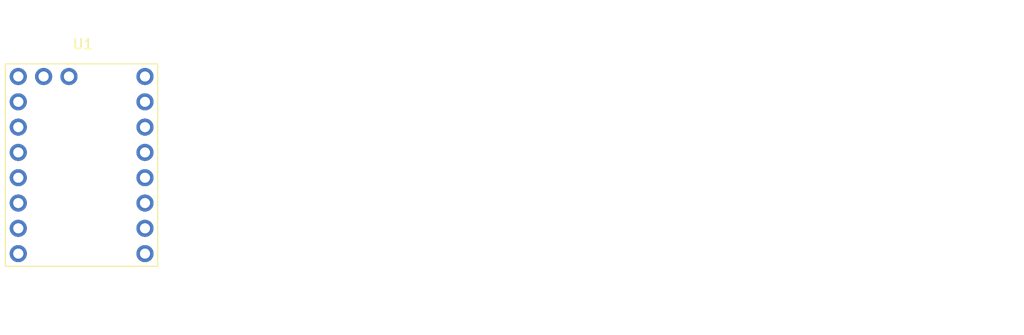
<source format=kicad_pcb>
(kicad_pcb (version 20240108) (generator "pcbnew") (generator_version "8.0")
  (title_block (title "Generic Stepstick Socket") (date "2024-08-16") (rev "V1.0") (company "Quandra") (comment 1 "Author(s): Phil & Emiel"))
  (layers (0 "F.Cu" signal) (31 "B.Cu" signal) (34 "B.Paste" user) (35 "F.Paste" user) (36 "B.SilkS" user "B.Silkscreen") (37 "F.SilkS" user "F.Silkscreen") (38 "B.Mask" user) (39 "F.Mask" user) (44 "Edge.Cuts" user))
  (net 0 "")
  (net 1 "/DIR")
  (net 2 "/STEP")
  (net 3 "GNDREF")
  (net 4 "/A1")
  (net 5 "/B1")
  (net 6 "/B2")
  (net 7 "VIO")
  (net 8 "/A2")
  (net 9 "/~{ENABLE}")
  (net 10 "/DIAG1")
  (net 11 "/DIAG0")
  (net 12 "/DC0")
  (net 13 "/CFG0")
  (net 14 "/CFG2")
  (net 15 "/CFG3")
  (net 16 "/CFG1")
  (net 17 "VMOT")
  (footprint "generic-stepstick-socket:generic-stepstick-socket" (layer "F.Cu") (at 149.785 82.125)
    (property "Reference" "U1" (at 0 -0.5 0) (layer "F.SilkS"))
    (property "Value" "~")
    (fp_rect (start -7.77 1.48) (end 7.5 21.8) (stroke (width 0.1)) (fill none) (layer "F.SilkS"))
    (pad "1" thru_hole circle (at -6.47 2.75) (size 1.7 1.7) (drill 1) (layers "*.Cu" "*.Mask"))
    (pad "2" thru_hole oval (at -6.47 5.29) (size 1.7 1.7) (drill 1) (layers "*.Cu" "*.Mask"))
    (pad "3" thru_hole oval (at -6.47 7.83) (size 1.7 1.7) (drill 1) (layers "*.Cu" "*.Mask"))
    (pad "4" thru_hole oval (at -6.47 10.37) (size 1.7 1.7) (drill 1) (layers "*.Cu" "*.Mask"))
    (pad "5" thru_hole oval (at -6.47 12.91) (size 1.7 1.7) (drill 1) (layers "*.Cu" "*.Mask"))
    (pad "6" thru_hole oval (at -6.47 15.45) (size 1.7 1.7) (drill 1) (layers "*.Cu" "*.Mask"))
    (pad "7" thru_hole oval (at -6.47 17.99) (size 1.7 1.7) (drill 1) (layers "*.Cu" "*.Mask"))
    (pad "8" thru_hole oval (at -6.47 20.53) (size 1.7 1.7) (drill 1) (layers "*.Cu" "*.Mask"))
    (pad "9" thru_hole circle (at 6.23 2.75) (size 1.7 1.7) (drill 1) (layers "*.Cu" "*.Mask"))
    (pad "10" thru_hole oval (at 6.23 5.29) (size 1.7 1.7) (drill 1) (layers "*.Cu" "*.Mask"))
    (pad "11" thru_hole oval (at 6.23 7.83) (size 1.7 1.7) (drill 1) (layers "*.Cu" "*.Mask"))
    (pad "12" thru_hole oval (at 6.23 10.37) (size 1.7 1.7) (drill 1) (layers "*.Cu" "*.Mask"))
    (pad "13" thru_hole oval (at 6.23 12.91) (size 1.7 1.7) (drill 1) (layers "*.Cu" "*.Mask"))
    (pad "14" thru_hole oval (at 6.23 15.45) (size 1.7 1.7) (drill 1) (layers "*.Cu" "*.Mask"))
    (pad "15" thru_hole oval (at 6.23 17.99) (size 1.7 1.7) (drill 1) (layers "*.Cu" "*.Mask"))
    (pad "16" thru_hole oval (at 6.23 20.53) (size 1.7 1.7) (drill 1) (layers "*.Cu" "*.Mask"))
    (pad "17" thru_hole circle (at -3.93 2.75 90) (size 1.7 1.7) (drill 1) (layers "*.Cu" "*.Mask"))
    (pad "18" thru_hole oval (at -1.39 2.75 90) (size 1.7 1.7) (drill 1) (layers "*.Cu" "*.Mask"))
  )
  (footprint "Connector_PinSocket_2.54mm:PinSocket_1x08_P2.54mm_Vertical" (layer "F.Cu") (at 143.3 84.875)
    (property "Reference" "J1" (hide yes))
    (property "Value" "Conn_01x08_Socket" (hide yes))
    (pad "1" thru_hole circle (at 0 0) (size 1.7 1.7) (drill 1) (layers "*.Cu" "*.Mask") (net 9 "/~{ENABLE}"))
    (pad "2" thru_hole oval (at 0 2.54) (size 1.7 1.7) (drill 1) (layers "*.Cu" "*.Mask") (net 16 "/CFG1"))
    (pad "3" thru_hole oval (at 0 5.08) (size 1.7 1.7) (drill 1) (layers "*.Cu" "*.Mask") (net 14 "/CFG2"))
    (pad "4" thru_hole oval (at 0 7.62) (size 1.7 1.7) (drill 1) (layers "*.Cu" "*.Mask") (net 15 "/CFG3"))
    (pad "5" thru_hole oval (at 0 10.16) (size 1.7 1.7) (drill 1) (layers "*.Cu" "*.Mask") (net 13 "/CFG0"))
    (pad "6" thru_hole oval (at 0 12.7) (size 1.7 1.7) (drill 1) (layers "*.Cu" "*.Mask") (net 12 "/DC0"))
    (pad "7" thru_hole oval (at 0 15.24) (size 1.7 1.7) (drill 1) (layers "*.Cu" "*.Mask") (net 2 "/STEP"))
    (pad "8" thru_hole oval (at 0 17.78) (size 1.7 1.7) (drill 1) (layers "*.Cu" "*.Mask") (net 1 "/DIR"))
  )
  (footprint "Connector_PinSocket_2.54mm:PinSocket_1x08_P2.54mm_Vertical" (layer "F.Cu") (at 156 84.875)
    (property "Reference" "J2" (hide yes))
    (property "Value" "Conn_01x08_Socket" (hide yes))
    (pad "1" thru_hole circle (at 0 0) (size 1.7 1.7) (drill 1) (layers "*.Cu" "*.Mask") (net 17 "VMOT"))
    (pad "2" thru_hole oval (at 0 2.54) (size 1.7 1.7) (drill 1) (layers "*.Cu" "*.Mask") (net 3 "GNDREF"))
    (pad "3" thru_hole oval (at 0 5.08) (size 1.7 1.7) (drill 1) (layers "*.Cu" "*.Mask") (net 8 "/A2"))
    (pad "4" thru_hole oval (at 0 7.62) (size 1.7 1.7) (drill 1) (layers "*.Cu" "*.Mask") (net 4 "/A1"))
    (pad "5" thru_hole oval (at 0 10.16) (size 1.7 1.7) (drill 1) (layers "*.Cu" "*.Mask") (net 5 "/B1"))
    (pad "6" thru_hole oval (at 0 12.7) (size 1.7 1.7) (drill 1) (layers "*.Cu" "*.Mask") (net 6 "/B2"))
    (pad "7" thru_hole oval (at 0 15.24) (size 1.7 1.7) (drill 1) (layers "*.Cu" "*.Mask") (net 7 "VIO"))
    (pad "8" thru_hole oval (at 0 17.78) (size 1.7 1.7) (drill 1) (layers "*.Cu" "*.Mask") (net 3 "GNDREF"))
  )
  (footprint "Connector_PinSocket_2.54mm:PinSocket_1x02_P2.54mm_Vertical" (layer "F.Cu") (at 145.84 84.875 90)
    (property "Reference" "J4" (hide yes))
    (property "Value" "Conn_01x02_Socket" (hide yes))
    (pad "1" thru_hole circle (at 0 0 90) (size 1.7 1.7) (drill 1) (layers "*.Cu" "*.Mask") (net 11 "/DIAG0"))
    (pad "2" thru_hole oval (at 0 2.54 90) (size 1.7 1.7) (drill 1) (layers "*.Cu" "*.Mask") (net 10 "/DIAG1"))
  )
  (gr_rect (start 142 83.605) (end 157.27 103.925) (stroke (width 0.1)) (fill none) (layer "F.SilkS"))
)
</source>
